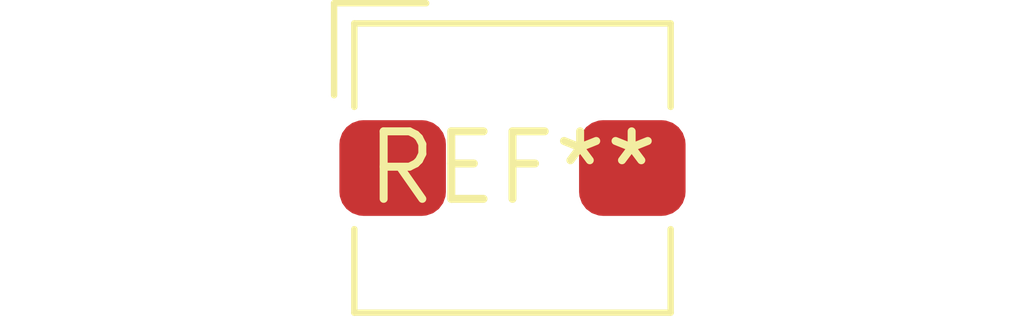
<source format=kicad_pcb>
(kicad_pcb (version 20240108) (generator pcbnew)
  (layers (0 "F.Cu" signal) (31 "B.Cu" signal) (34 "B.Paste" user) (35 "F.Paste" user) (36 "B.SilkS" user "B.Silkscreen") (37 "F.SilkS" user "F.Silkscreen") (38 "B.Mask" user) (39 "F.Mask" user) (44 "Edge.Cuts" user))
  (net 0 "")
  (footprint "L_Bourns_SRP5030T" (layer "F.Cu") (at 0 0)
    (property "Reference" "REF**")
    (property "Value" "L_Bourns_SRP5030T")
    (fp_line (start -3.35 -3.1) (end -1.62 -3.1) (layer "F.SilkS") (stroke (width 0.12)))
    (fp_line (start -3.35 -1.37) (end -3.35 -3.1) (layer "F.SilkS") (stroke (width 0.12)))
    (fp_line (start -2.97 -2.72) (end -2.97 -1.15) (layer "F.SilkS") (stroke (width 0.12)))
    (fp_line (start -2.97 -2.72) (end 2.97 -2.72) (layer "F.SilkS") (stroke (width 0.12)))
    (fp_line (start -2.97 1.15) (end -2.97 2.72) (layer "F.SilkS") (stroke (width 0.12)))
    (fp_line (start -2.97 2.72) (end 2.97 2.72) (layer "F.SilkS") (stroke (width 0.12)))
    (fp_line (start 2.97 -2.72) (end 2.97 -1.15) (layer "F.SilkS") (stroke (width 0.12)))
    (fp_line (start 2.97 1.15) (end 2.97 2.72) (layer "F.SilkS") (stroke (width 0.12)))
    (pad "1" smd roundrect (at -2.25 0) (size 2 1.8) (layers "F.Cu" "F.Paste" "F.Mask"))
    (pad "2" smd roundrect (at 2.25 0) (size 2 1.8) (layers "F.Cu" "F.Paste" "F.Mask"))
  )
)
</source>
